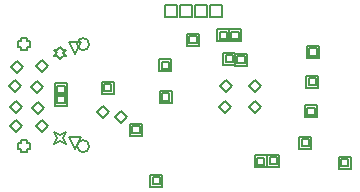
<source format=gbr>
G04*
G04 #@! TF.GenerationSoftware,Altium Limited,Altium Designer,23.1.1 (15)*
G04*
G04 Layer_Color=2752767*
%FSLAX25Y25*%
%MOIN*%
G70*
G04*
G04 #@! TF.SameCoordinates,1495F0C7-D67D-4403-963C-54D1E027F531*
G04*
G04*
G04 #@! TF.FilePolarity,Positive*
G04*
G01*
G75*
%ADD65C,0.00667*%
%ADD66C,0.00500*%
D65*
X402374Y346008D02*
G03*
X402374Y346008I-2000J0D01*
G01*
Y311992D02*
G03*
X402374Y311992I-2000J0D01*
G01*
D66*
X397815Y311173D02*
X395815Y315173D01*
X399815D01*
X397815Y311173D01*
X392500Y341173D02*
X393500Y342173D01*
X394500D01*
X393500Y343173D01*
X394500Y344173D01*
X393500D01*
X392500Y345173D01*
X391500Y344173D01*
X390500D01*
X391500Y343173D01*
X390500Y342173D01*
X391500D01*
X392500Y341173D01*
X390756Y312827D02*
X391756Y314827D01*
X390756Y316827D01*
X392756Y315827D01*
X394756Y316827D01*
X393756Y314827D01*
X394756Y312827D01*
X392756Y313827D01*
X390756Y312827D01*
X379492Y345008D02*
Y344008D01*
X381492D01*
Y345008D01*
X382492D01*
Y347008D01*
X381492D01*
Y348008D01*
X379492D01*
Y347008D01*
X378492D01*
Y345008D01*
X379492D01*
Y310992D02*
Y309992D01*
X381492D01*
Y310992D01*
X382492D01*
Y312992D01*
X381492D01*
Y313992D01*
X379492D01*
Y312992D01*
X378492D01*
Y310992D01*
X379492D01*
X397815Y342827D02*
X395815Y346827D01*
X399815D01*
X397815Y342827D01*
X427500Y355000D02*
Y359000D01*
X431500D01*
Y355000D01*
X427500D01*
X432500D02*
Y359000D01*
X436500D01*
Y355000D01*
X432500D01*
X437500D02*
Y359000D01*
X441500D01*
Y355000D01*
X437500D01*
X442500D02*
Y359000D01*
X446500D01*
Y355000D01*
X442500D01*
X472406Y311144D02*
Y315144D01*
X476406D01*
Y311144D01*
X472406D01*
X473206Y311944D02*
Y314344D01*
X475606D01*
Y311944D01*
X473206D01*
X461800Y305100D02*
Y309100D01*
X465800D01*
Y305100D01*
X461800D01*
X462600Y305900D02*
Y308300D01*
X465000D01*
Y305900D01*
X462600D01*
X485500Y304500D02*
Y308500D01*
X489500D01*
Y304500D01*
X485500D01*
X486300Y305300D02*
Y307700D01*
X488700D01*
Y305300D01*
X486300D01*
X435000Y345500D02*
Y349500D01*
X439000D01*
Y345500D01*
X435000D01*
X435800Y346300D02*
Y348700D01*
X438200D01*
Y346300D01*
X435800D01*
X474300Y321600D02*
Y325600D01*
X478300D01*
Y321600D01*
X474300D01*
X475100Y322400D02*
Y324800D01*
X477500D01*
Y322400D01*
X475100D01*
X451000Y338800D02*
Y342800D01*
X455000D01*
Y338800D01*
X451000D01*
X451800Y339600D02*
Y342000D01*
X454200D01*
Y339600D01*
X451800D01*
X455700Y325000D02*
X457700Y327000D01*
X459700Y325000D01*
X457700Y323000D01*
X455700Y325000D01*
X445700D02*
X447700Y327000D01*
X449700Y325000D01*
X447700Y323000D01*
X445700Y325000D01*
X455700Y332000D02*
X457700Y334000D01*
X459700Y332000D01*
X457700Y330000D01*
X455700Y332000D01*
X445900Y331900D02*
X447900Y333900D01*
X449900Y331900D01*
X447900Y329900D01*
X445900Y331900D01*
X384557Y318654D02*
X386557Y320654D01*
X388557Y318654D01*
X386557Y316654D01*
X384557Y318654D01*
X375957Y318854D02*
X377957Y320854D01*
X379957Y318854D01*
X377957Y316854D01*
X375957Y318854D01*
X383157Y324854D02*
X385157Y326854D01*
X387157Y324854D01*
X385157Y322854D01*
X383157Y324854D01*
X376057Y324954D02*
X378057Y326954D01*
X380057Y324954D01*
X378057Y322954D01*
X376057Y324954D01*
X382857Y331654D02*
X384857Y333654D01*
X386857Y331654D01*
X384857Y329654D01*
X382857Y331654D01*
X375757Y331954D02*
X377757Y333954D01*
X379757Y331954D01*
X377757Y329954D01*
X375757Y331954D01*
X384500Y338600D02*
X386500Y340600D01*
X388500Y338600D01*
X386500Y336600D01*
X384500Y338600D01*
X376157Y338554D02*
X378157Y340554D01*
X380157Y338554D01*
X378157Y336554D01*
X376157Y338554D01*
X474800Y331500D02*
Y335500D01*
X478800D01*
Y331500D01*
X474800D01*
X475600Y332300D02*
Y334700D01*
X478000D01*
Y332300D01*
X475600D01*
X475000Y341400D02*
Y345400D01*
X479000D01*
Y341400D01*
X475000D01*
X475800Y342200D02*
Y344600D01*
X478200D01*
Y342200D01*
X475800D01*
X449014Y347006D02*
Y351006D01*
X453014D01*
Y347006D01*
X449014D01*
X449814Y347806D02*
Y350206D01*
X452214D01*
Y347806D01*
X449814D01*
X411000Y321700D02*
X413000Y323700D01*
X415000Y321700D01*
X413000Y319700D01*
X411000Y321700D01*
X457600Y304900D02*
Y308900D01*
X461600D01*
Y304900D01*
X457600D01*
X458400Y305700D02*
Y308100D01*
X460800D01*
Y305700D01*
X458400D01*
X422700Y298500D02*
Y302500D01*
X426700D01*
Y298500D01*
X422700D01*
X423500Y299300D02*
Y301700D01*
X425900D01*
Y299300D01*
X423500D01*
X447047Y339187D02*
Y343187D01*
X451047D01*
Y339187D01*
X447047D01*
X447847Y339987D02*
Y342387D01*
X450247D01*
Y339987D01*
X447847D01*
X445079Y346903D02*
Y350903D01*
X449079D01*
Y346903D01*
X445079D01*
X445879Y347703D02*
Y350103D01*
X448279D01*
Y347703D01*
X445879D01*
X425900Y326400D02*
Y330400D01*
X429900D01*
Y326400D01*
X425900D01*
X426700Y327200D02*
Y329600D01*
X429100D01*
Y327200D01*
X426700D01*
X425700Y337000D02*
Y341000D01*
X429700D01*
Y337000D01*
X425700D01*
X426500Y337800D02*
Y340200D01*
X428900D01*
Y337800D01*
X426500D01*
X416000Y315500D02*
Y319500D01*
X420000D01*
Y315500D01*
X416000D01*
X416800Y316300D02*
Y318700D01*
X419200D01*
Y316300D01*
X416800D01*
X391000Y325500D02*
Y329500D01*
X395000D01*
Y325500D01*
X391000D01*
X391800Y326300D02*
Y328700D01*
X394200D01*
Y326300D01*
X391800D01*
X391000Y329000D02*
Y333000D01*
X395000D01*
Y329000D01*
X391000D01*
X391800Y329800D02*
Y332200D01*
X394200D01*
Y329800D01*
X391800D01*
X406500Y329500D02*
Y333500D01*
X410500D01*
Y329500D01*
X406500D01*
X407300Y330300D02*
Y332700D01*
X409700D01*
Y330300D01*
X407300D01*
X405000Y323500D02*
X407000Y325500D01*
X409000Y323500D01*
X407000Y321500D01*
X405000Y323500D01*
M02*

</source>
